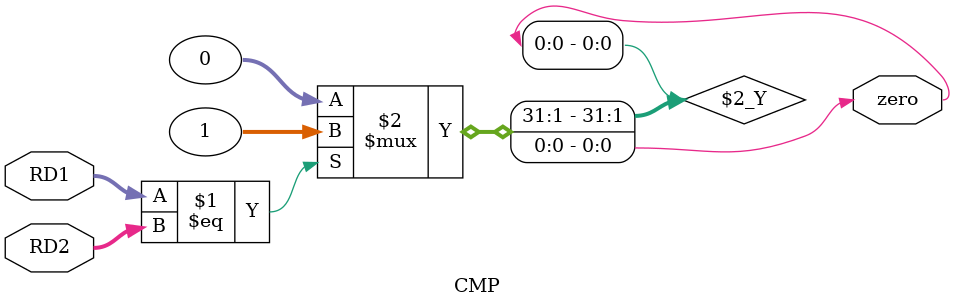
<source format=v>
`timescale 1ns / 1ps
module CMP(
    input [31:0] RD1,
    input [31:0] RD2,
    output zero
    );
	 assign zero = (RD1 == RD2) ? 1 : 0;

endmodule

</source>
